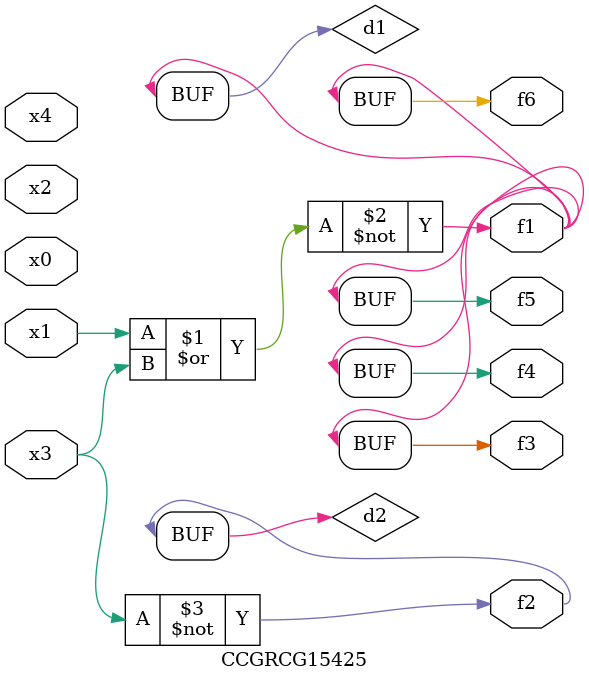
<source format=v>
module CCGRCG15425(
	input x0, x1, x2, x3, x4,
	output f1, f2, f3, f4, f5, f6
);

	wire d1, d2;

	nor (d1, x1, x3);
	not (d2, x3);
	assign f1 = d1;
	assign f2 = d2;
	assign f3 = d1;
	assign f4 = d1;
	assign f5 = d1;
	assign f6 = d1;
endmodule

</source>
